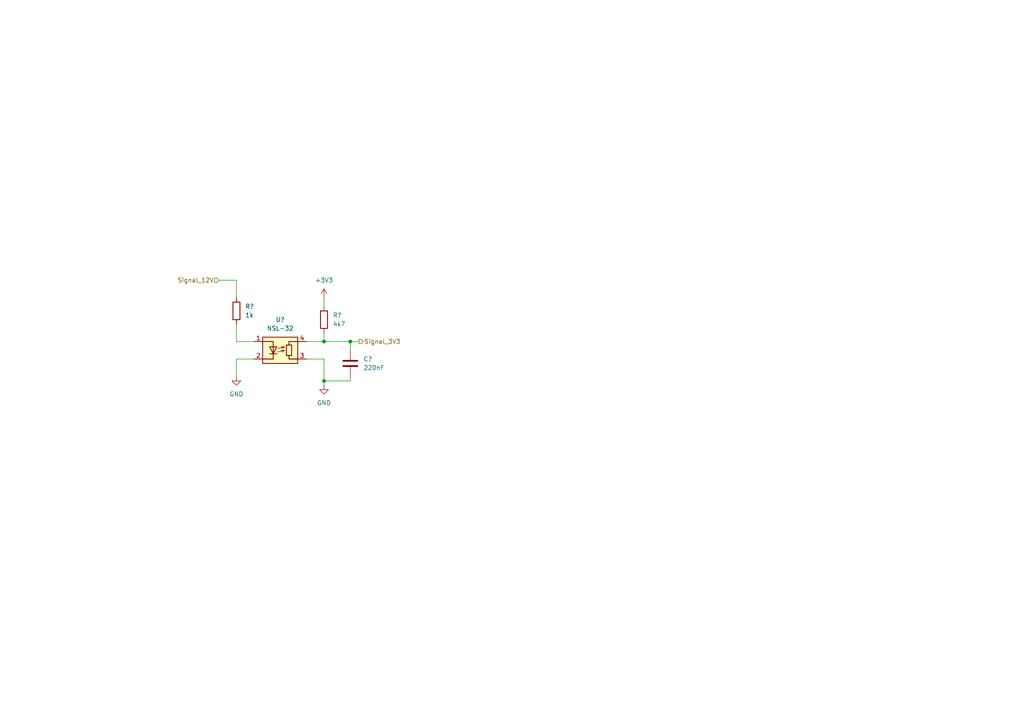
<source format=kicad_sch>
(kicad_sch (version 20211123) (generator eeschema)
  (paper "A4")
  (lib_symbols
    (symbol "Device:C" (pin_numbers hide) (pin_names (offset 0.254))
      (property "Reference" "C" (at 0.635 2.54 0))
      (property "Value" "C" (at 0.635 -2.54 0))
      (symbol "C_0_1"
        (polyline (pts (xy -2.032 -0.762) (xy 2.032 -0.762)) (stroke (width 0.508)))
        (polyline (pts (xy -2.032 0.762) (xy 2.032 0.762)) (stroke (width 0.508)))
      )
      (symbol "C_1_1"
        (pin passive line (at 0 3.81 270) (length 2.794) (name "~") (number "1"))
        (pin passive line (at 0 -3.81 90) (length 2.794) (name "~") (number "2"))
      )
    )
    (symbol "Device:R" (pin_numbers hide) (pin_names (offset 0))
      (property "Reference" "R" (at 2.032 0 90))
      (property "Value" "R" (at 0 0 90))
      (symbol "R_0_1"
        (rectangle (start -1.016 -2.54) (end 1.016 2.54) (stroke (width 0.254)))
      )
      (symbol "R_1_1"
        (pin passive line (at 0 3.81 270) (length 1.27) (name "~") (number "1"))
        (pin passive line (at 0 -3.81 90) (length 1.27) (name "~") (number "2"))
      )
    )
    (symbol "Isolator:NSL-32" (pin_names (offset 0.762) hide)
      (property "Reference" "U" (at 0 5.08 0))
      (property "Value" "NSL-32" (at 0 -5.08 0))
      (symbol "NSL-32_0_1"
        (rectangle (start -5.08 3.81) (end 5.08 -3.81) (stroke (width 0.254)) (fill (type background)))
        (polyline (pts (xy -5.08 2.54) (xy -2.54 2.54)) (stroke (width 0.254)))
        (polyline (pts (xy -2.794 -2.54) (xy -5.08 -2.54)) (stroke (width 0.254)))
        (polyline (pts (xy -1.016 -1.016) (xy -3.048 -1.016) (xy -3.048 -1.016)) (stroke (width 0.254)))
        (polyline (pts (xy -0.762 -0.508) (xy 1.27 0) (xy 1.27 0)))
        (polyline (pts (xy -0.762 0.508) (xy 1.27 1.016) (xy 1.27 1.016)))
        (polyline (pts (xy 2.54 -1.524) (xy 2.54 -2.54) (xy 5.08 -2.54)) (stroke (width 0.254)))
        (polyline (pts (xy 2.54 1.524) (xy 2.54 2.54) (xy 5.08 2.54)) (stroke (width 0.254)))
        (polyline (pts (xy -2.794 -2.54) (xy -2.032 -2.54) (xy -2.032 2.54) (xy -2.794 2.54)) (stroke (width 0.254)))
        (polyline (pts (xy 0.254 0) (xy 1.27 0) (xy 0.508 -0.508) (xy 0.508 -0.508)))
        (polyline (pts (xy 0.254 1.016) (xy 1.27 1.016) (xy 0.508 0.508) (xy 0.508 0.508)))
        (polyline (pts (xy -1.016 1.016) (xy -3.048 1.016) (xy -2.032 -1.016) (xy -1.016 1.016) (xy -1.016 1.016) (xy -1.016 1.016)) (stroke (width 0.254)))
        (rectangle (start 1.778 1.524) (end 3.302 -1.524) (stroke (width 0.254)))
      )
      (symbol "NSL-32_1_1"
        (pin passive line (at -7.62 2.54 0) (length 2.54) (name "A") (number "1"))
        (pin passive line (at -7.62 -2.54 0) (length 2.54) (name "K") (number "2"))
        (pin passive line (at 7.62 -2.54 180) (length 2.54) (name "R") (number "3"))
        (pin passive line (at 7.62 2.54 180) (length 2.54) (name "R") (number "4"))
      )
    )
    (symbol "power:+3V3" (power) (pin_names (offset 0))
      (property "Value" "+3V3" (at 0 3.556 0))
      (symbol "+3V3_0_1"
        (polyline (pts (xy -0.762 1.27) (xy 0 2.54)))
        (polyline (pts (xy 0 0) (xy 0 2.54)))
        (polyline (pts (xy 0 2.54) (xy 0.762 1.27)))
      )
      (symbol "+3V3_1_1"
        (pin power_in line (at 0 0 90) (length 0) hide (name "+3V3") (number "1"))
      )
    )
    (symbol "power:GND" (power) (pin_names (offset 0))
      (property "Value" "GND" (at 0 -3.81 0))
      (symbol "GND_0_1"
        (polyline (pts (xy 0 0) (xy 0 -1.27) (xy 1.27 -1.27) (xy 0 -2.54) (xy -1.27 -1.27) (xy 0 -1.27)))
      )
      (symbol "GND_1_1"
        (pin power_in line (at 0 0 270) (length 0) hide (name "GND") (number "1"))
      )
    )
  )
  (junction (at 93.98 110.49))
  (junction (at 101.6 99.06))
  (junction (at 93.98 99.06))
  (wire (pts (xy 68.58 99.06) (xy 73.66 99.06)))
  (wire (pts (xy 93.98 99.06) (xy 101.6 99.06)))
  (wire (pts (xy 93.98 86.36) (xy 93.98 88.9)))
  (wire (pts (xy 101.6 99.06) (xy 101.6 101.6)))
  (wire (pts (xy 93.98 110.49) (xy 93.98 111.76)))
  (wire (pts (xy 68.58 93.98) (xy 68.58 99.06)))
  (wire (pts (xy 88.9 99.06) (xy 93.98 99.06)))
  (wire (pts (xy 73.66 104.14) (xy 68.58 104.14)))
  (wire (pts (xy 88.9 104.14) (xy 93.98 104.14)))
  (wire (pts (xy 101.6 99.06) (xy 104.14 99.06)))
  (wire (pts (xy 93.98 96.52) (xy 93.98 99.06)))
  (wire (pts (xy 68.58 81.28) (xy 68.58 86.36)))
  (wire (pts (xy 93.98 110.49) (xy 101.6 110.49)))
  (wire (pts (xy 63.5 81.28) (xy 68.58 81.28)))
  (wire (pts (xy 68.58 104.14) (xy 68.58 109.22)))
  (wire (pts (xy 101.6 109.22) (xy 101.6 110.49)))
  (wire (pts (xy 93.98 104.14) (xy 93.98 110.49)))
  (hierarchical_label "Signal_3V3" (shape output) (at 104.14 99.06 0))
  (hierarchical_label "Signal_12V" (shape input) (at 63.5 81.28 180))
  (symbol (lib_id "Device:C") (at 101.6 105.41 0) (unit 1)
    (property "Reference" "C?" (at 105.41 104.1399 0) (effects (justify left)))
    (property "Value" "220nF" (at 105.41 106.6799 0) (effects (justify left)))
  )
  (symbol (lib_id "power:+3V3") (at 93.98 86.36 0) (unit 1)
    (property "Reference" "#PWR?" (effects hide))
    (property "Value" "+3V3" (at 93.98 81.28 0))
  )
  (symbol (lib_id "Isolator:NSL-32") (at 81.28 101.6 0) (unit 1)
    (property "Reference" "U?" (at 81.28 92.71 0))
    (property "Value" "NSL-32" (at 81.28 95.25 0))
    (property "Footprint" "OptoDevice:Luna_NSL-32" (effects hide))
    (property "Datasheet" "http://lunainc.com/wp-content/uploads/2016/06/NSL-32.pdf" (effects hide))
  )
  (symbol (lib_id "Device:R") (at 93.98 92.71 0) (unit 1)
    (property "Reference" "R?" (at 96.52 91.4399 0) (effects (justify left)))
    (property "Value" "4k7" (at 96.52 93.9799 0) (effects (justify left)))
  )
  (symbol (lib_id "power:GND") (at 93.98 111.76 0) (unit 1)
    (property "Reference" "#PWR?" (effects hide))
    (property "Value" "GND" (at 93.98 116.84 0))
  )
  (symbol (lib_id "power:GND") (at 68.58 109.22 0) (unit 1)
    (property "Reference" "#PWR?" (effects hide))
    (property "Value" "GND" (at 68.58 114.3 0))
  )
  (symbol (lib_id "Device:R") (at 68.58 90.17 0) (unit 1)
    (property "Reference" "R?" (at 71.12 88.8999 0) (effects (justify left)))
    (property "Value" "1k" (at 71.12 91.4399 0) (effects (justify left)))
  )
)
</source>
